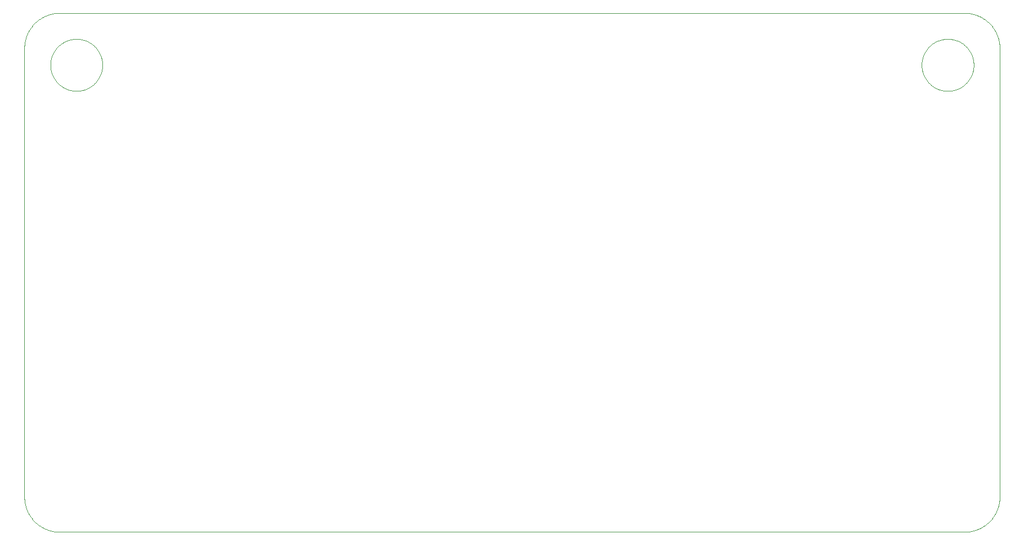
<source format=gbr>
%TF.GenerationSoftware,KiCad,Pcbnew,7.0.1-0*%
%TF.CreationDate,2023-04-14T08:17:48-04:00*%
%TF.ProjectId,WrightSpace,57726967-6874-4537-9061-63652e6b6963,v01*%
%TF.SameCoordinates,Original*%
%TF.FileFunction,Profile,NP*%
%FSLAX46Y46*%
G04 Gerber Fmt 4.6, Leading zero omitted, Abs format (unit mm)*
G04 Created by KiCad (PCBNEW 7.0.1-0) date 2023-04-14 08:17:48*
%MOMM*%
%LPD*%
G01*
G04 APERTURE LIST*
%TA.AperFunction,Profile*%
%ADD10C,0.000010*%
%TD*%
G04 APERTURE END LIST*
%TO.C,J1*%
D10*
X97832928Y-61347717D02*
X97931034Y-61351330D01*
X98029022Y-61357350D01*
X98126832Y-61365773D01*
X98224406Y-61376594D01*
X98321685Y-61389806D01*
X98418611Y-61405401D01*
X98515125Y-61423371D01*
X98611168Y-61443703D01*
X98706684Y-61466387D01*
X98801615Y-61491408D01*
X98895902Y-61518751D01*
X98989490Y-61548399D01*
X99082323Y-61580336D01*
X99174344Y-61614541D01*
X99265497Y-61650994D01*
X99355729Y-61689673D01*
X99444984Y-61730555D01*
X99533209Y-61773615D01*
X99620350Y-61818827D01*
X99706356Y-61866164D01*
X99791174Y-61915598D01*
X99874754Y-61967098D01*
X99957044Y-62020634D01*
X100037996Y-62076173D01*
X100117561Y-62133682D01*
X100195690Y-62193126D01*
X100272337Y-62254470D01*
X100347455Y-62317677D01*
X100420999Y-62382707D01*
X100492926Y-62449524D01*
X100563191Y-62518085D01*
X100631752Y-62588350D01*
X100698568Y-62660276D01*
X100763599Y-62733821D01*
X100826805Y-62808939D01*
X100888149Y-62885586D01*
X100947594Y-62963715D01*
X101005103Y-63043279D01*
X101060642Y-63124231D01*
X101114178Y-63206521D01*
X101165678Y-63290101D01*
X101215111Y-63374919D01*
X101262449Y-63460925D01*
X101307661Y-63548067D01*
X101350721Y-63636292D01*
X101391603Y-63725547D01*
X101430282Y-63815778D01*
X101466735Y-63906932D01*
X101500940Y-63998952D01*
X101532876Y-64091785D01*
X101562525Y-64185373D01*
X101589868Y-64279661D01*
X101614888Y-64374591D01*
X101637572Y-64470107D01*
X101657905Y-64566151D01*
X101675874Y-64662664D01*
X101691470Y-64759590D01*
X101704682Y-64856869D01*
X101715502Y-64954443D01*
X101723925Y-65052254D01*
X101729945Y-65150241D01*
X101733559Y-65248347D01*
X101734763Y-65346512D01*
X101733559Y-65444677D01*
X101729945Y-65542783D01*
X101723925Y-65640770D01*
X101715502Y-65738580D01*
X101704682Y-65836155D01*
X101691470Y-65933434D01*
X101675874Y-66030359D01*
X101657905Y-66126873D01*
X101637572Y-66222917D01*
X101614888Y-66318433D01*
X101589868Y-66413363D01*
X101562525Y-66507651D01*
X101532876Y-66601239D01*
X101500940Y-66694071D01*
X101466735Y-66786092D01*
X101430282Y-66877246D01*
X101391603Y-66967477D01*
X101350721Y-67056732D01*
X101307661Y-67144957D01*
X101262449Y-67232099D01*
X101215111Y-67318105D01*
X101165678Y-67402923D01*
X101114178Y-67486502D01*
X101060642Y-67568793D01*
X101005103Y-67649745D01*
X100947594Y-67729309D01*
X100888149Y-67807438D01*
X100826805Y-67884085D01*
X100763599Y-67959203D01*
X100698568Y-68032748D01*
X100631752Y-68104674D01*
X100563191Y-68174939D01*
X100492926Y-68243500D01*
X100420999Y-68310316D01*
X100347455Y-68375347D01*
X100272337Y-68438554D01*
X100195690Y-68499897D01*
X100117561Y-68559342D01*
X100037996Y-68616851D01*
X99957044Y-68672390D01*
X99874754Y-68725926D01*
X99791174Y-68777426D01*
X99706356Y-68826860D01*
X99620350Y-68874197D01*
X99533209Y-68919409D01*
X99444984Y-68962469D01*
X99355729Y-69003351D01*
X99265497Y-69042030D01*
X99174344Y-69078483D01*
X99082323Y-69112688D01*
X98989490Y-69144624D01*
X98895902Y-69174273D01*
X98801615Y-69201616D01*
X98706684Y-69226637D01*
X98611168Y-69249320D01*
X98515125Y-69269653D01*
X98418611Y-69287622D01*
X98321685Y-69303218D01*
X98224406Y-69316430D01*
X98126832Y-69327251D01*
X98029022Y-69335674D01*
X97931034Y-69341694D01*
X97832928Y-69345307D01*
X97734764Y-69346512D01*
X97636599Y-69345307D01*
X97538493Y-69341694D01*
X97440505Y-69335674D01*
X97342695Y-69327251D01*
X97245121Y-69316430D01*
X97147842Y-69303218D01*
X97050916Y-69287622D01*
X96954402Y-69269653D01*
X96858359Y-69249320D01*
X96762843Y-69226637D01*
X96667912Y-69201616D01*
X96573625Y-69174273D01*
X96480037Y-69144624D01*
X96387204Y-69112688D01*
X96295183Y-69078483D01*
X96204030Y-69042030D01*
X96113798Y-69003351D01*
X96024543Y-68962469D01*
X95936318Y-68919409D01*
X95849177Y-68874197D01*
X95763171Y-68826860D01*
X95678353Y-68777426D01*
X95594773Y-68725926D01*
X95512483Y-68672390D01*
X95431531Y-68616851D01*
X95351966Y-68559342D01*
X95273837Y-68499897D01*
X95197190Y-68438554D01*
X95122072Y-68375347D01*
X95048528Y-68310316D01*
X94976601Y-68243500D01*
X94906336Y-68174939D01*
X94837775Y-68104674D01*
X94770959Y-68032748D01*
X94705928Y-67959203D01*
X94642722Y-67884085D01*
X94581378Y-67807438D01*
X94521933Y-67729309D01*
X94464424Y-67649745D01*
X94408885Y-67568793D01*
X94355349Y-67486502D01*
X94303849Y-67402923D01*
X94254416Y-67318105D01*
X94207078Y-67232099D01*
X94161866Y-67144957D01*
X94118806Y-67056732D01*
X94077925Y-66967477D01*
X94039245Y-66877246D01*
X94002792Y-66786092D01*
X93968587Y-66694071D01*
X93936651Y-66601239D01*
X93907002Y-66507651D01*
X93879659Y-66413363D01*
X93854639Y-66318433D01*
X93831955Y-66222917D01*
X93811622Y-66126873D01*
X93793653Y-66030359D01*
X93778058Y-65933434D01*
X93764845Y-65836155D01*
X93754025Y-65738580D01*
X93745602Y-65640770D01*
X93739582Y-65542783D01*
X93735968Y-65444677D01*
X93734764Y-65346512D01*
X93735968Y-65248347D01*
X93739582Y-65150241D01*
X93745602Y-65052254D01*
X93754025Y-64954443D01*
X93764845Y-64856869D01*
X93778058Y-64759590D01*
X93793653Y-64662664D01*
X93811622Y-64566151D01*
X93831955Y-64470107D01*
X93854639Y-64374591D01*
X93879659Y-64279661D01*
X93907002Y-64185373D01*
X93936651Y-64091785D01*
X93968587Y-63998952D01*
X94002792Y-63906932D01*
X94039245Y-63815778D01*
X94077925Y-63725547D01*
X94118806Y-63636292D01*
X94161866Y-63548067D01*
X94207078Y-63460925D01*
X94254416Y-63374919D01*
X94303849Y-63290101D01*
X94355349Y-63206521D01*
X94408885Y-63124231D01*
X94464424Y-63043279D01*
X94521933Y-62963715D01*
X94581378Y-62885586D01*
X94642722Y-62808939D01*
X94705928Y-62733821D01*
X94770959Y-62660276D01*
X94837775Y-62588350D01*
X94906336Y-62518085D01*
X94976601Y-62449524D01*
X95048528Y-62382707D01*
X95122072Y-62317677D01*
X95197190Y-62254470D01*
X95273837Y-62193126D01*
X95351966Y-62133682D01*
X95431531Y-62076173D01*
X95512483Y-62020634D01*
X95594773Y-61967098D01*
X95678353Y-61915598D01*
X95763171Y-61866164D01*
X95849177Y-61818827D01*
X95936318Y-61773615D01*
X96024543Y-61730555D01*
X96113798Y-61689673D01*
X96204030Y-61650994D01*
X96295183Y-61614541D01*
X96387204Y-61580336D01*
X96480037Y-61548399D01*
X96573625Y-61518751D01*
X96667912Y-61491408D01*
X96762843Y-61466387D01*
X96858359Y-61443703D01*
X96954402Y-61423371D01*
X97050916Y-61405401D01*
X97147842Y-61389806D01*
X97245121Y-61376594D01*
X97342695Y-61365773D01*
X97440505Y-61357350D01*
X97538493Y-61351330D01*
X97636599Y-61347717D01*
X97734764Y-61346512D01*
X97832928Y-61347717D01*
X231832919Y-61347717D02*
X231931025Y-61351330D01*
X232029013Y-61357350D01*
X232126823Y-61365773D01*
X232224397Y-61376594D01*
X232321676Y-61389806D01*
X232418602Y-61405401D01*
X232515116Y-61423371D01*
X232611159Y-61443703D01*
X232706675Y-61466387D01*
X232801605Y-61491407D01*
X232895893Y-61518750D01*
X232989481Y-61548399D01*
X233082314Y-61580335D01*
X233174335Y-61614540D01*
X233265488Y-61650994D01*
X233355720Y-61689673D01*
X233444975Y-61730554D01*
X233533200Y-61773614D01*
X233620342Y-61818827D01*
X233706347Y-61866164D01*
X233791166Y-61915597D01*
X233874745Y-61967097D01*
X233957036Y-62020633D01*
X234037988Y-62076172D01*
X234117552Y-62133681D01*
X234195681Y-62193126D01*
X234272328Y-62254470D01*
X234347446Y-62317676D01*
X234420991Y-62382707D01*
X234492917Y-62449523D01*
X234563182Y-62518084D01*
X234631743Y-62588349D01*
X234698559Y-62660276D01*
X234763590Y-62733820D01*
X234826797Y-62808938D01*
X234888141Y-62885585D01*
X234947585Y-62963714D01*
X235005094Y-63043279D01*
X235060634Y-63124231D01*
X235114169Y-63206521D01*
X235165670Y-63290101D01*
X235215103Y-63374919D01*
X235262440Y-63460925D01*
X235307652Y-63548066D01*
X235350712Y-63636291D01*
X235391594Y-63725546D01*
X235430273Y-63815778D01*
X235466726Y-63906932D01*
X235500932Y-63998952D01*
X235532868Y-64091785D01*
X235562517Y-64185373D01*
X235589860Y-64279661D01*
X235614880Y-64374591D01*
X235637564Y-64470107D01*
X235657896Y-64566150D01*
X235675866Y-64662664D01*
X235691461Y-64759590D01*
X235704673Y-64856869D01*
X235715494Y-64954443D01*
X235723917Y-65052254D01*
X235729937Y-65150241D01*
X235733551Y-65248347D01*
X235734755Y-65346512D01*
X235733551Y-65444677D01*
X235729937Y-65542783D01*
X235723917Y-65640770D01*
X235715494Y-65738580D01*
X235704673Y-65836155D01*
X235691461Y-65933434D01*
X235675866Y-66030359D01*
X235657896Y-66126873D01*
X235637564Y-66222917D01*
X235614880Y-66318433D01*
X235589860Y-66413363D01*
X235562517Y-66507651D01*
X235532868Y-66601239D01*
X235500932Y-66694071D01*
X235466726Y-66786092D01*
X235430273Y-66877246D01*
X235391594Y-66967477D01*
X235350712Y-67056732D01*
X235307652Y-67144957D01*
X235262440Y-67232099D01*
X235215103Y-67318105D01*
X235165670Y-67402923D01*
X235114169Y-67486503D01*
X235060634Y-67568793D01*
X235005094Y-67649745D01*
X234947585Y-67729309D01*
X234888141Y-67807438D01*
X234826797Y-67884085D01*
X234763590Y-67959204D01*
X234698559Y-68032748D01*
X234631743Y-68104674D01*
X234563182Y-68174939D01*
X234492917Y-68243500D01*
X234420991Y-68310317D01*
X234347446Y-68375348D01*
X234272328Y-68438554D01*
X234195681Y-68499898D01*
X234117552Y-68559342D01*
X234037988Y-68616851D01*
X233957036Y-68672391D01*
X233874745Y-68725926D01*
X233791166Y-68777427D01*
X233706347Y-68826860D01*
X233620342Y-68874197D01*
X233533200Y-68919409D01*
X233444975Y-68962469D01*
X233355720Y-69003351D01*
X233265488Y-69042030D01*
X233174335Y-69078483D01*
X233082314Y-69112688D01*
X232989481Y-69144625D01*
X232895893Y-69174273D01*
X232801605Y-69201616D01*
X232706675Y-69226637D01*
X232611159Y-69249320D01*
X232515116Y-69269653D01*
X232418602Y-69287622D01*
X232321676Y-69303218D01*
X232224397Y-69316430D01*
X232126823Y-69327251D01*
X232029013Y-69335674D01*
X231931025Y-69341694D01*
X231832919Y-69345307D01*
X231734754Y-69346512D01*
X231636589Y-69345307D01*
X231538483Y-69341694D01*
X231440496Y-69335674D01*
X231342686Y-69327251D01*
X231245111Y-69316430D01*
X231147832Y-69303218D01*
X231050907Y-69287622D01*
X230954393Y-69269653D01*
X230858349Y-69249320D01*
X230762833Y-69226637D01*
X230667903Y-69201616D01*
X230573615Y-69174273D01*
X230480027Y-69144625D01*
X230387195Y-69112688D01*
X230295174Y-69078483D01*
X230204020Y-69042030D01*
X230113789Y-69003351D01*
X230024533Y-68962469D01*
X229936308Y-68919409D01*
X229849167Y-68874197D01*
X229763161Y-68826860D01*
X229678343Y-68777427D01*
X229594763Y-68725926D01*
X229512473Y-68672391D01*
X229431521Y-68616851D01*
X229351956Y-68559342D01*
X229273827Y-68499898D01*
X229197180Y-68438554D01*
X229122062Y-68375348D01*
X229048518Y-68310317D01*
X228976591Y-68243500D01*
X228906326Y-68174939D01*
X228837765Y-68104674D01*
X228770949Y-68032748D01*
X228705918Y-67959204D01*
X228642712Y-67884085D01*
X228581368Y-67807438D01*
X228521923Y-67729309D01*
X228464414Y-67649745D01*
X228408875Y-67568793D01*
X228355339Y-67486503D01*
X228303839Y-67402923D01*
X228254405Y-67318105D01*
X228207068Y-67232099D01*
X228161856Y-67144957D01*
X228118796Y-67056732D01*
X228077914Y-66967477D01*
X228039235Y-66877246D01*
X228002782Y-66786092D01*
X227968577Y-66694071D01*
X227936640Y-66601239D01*
X227906992Y-66507651D01*
X227879649Y-66413363D01*
X227854628Y-66318433D01*
X227831945Y-66222917D01*
X227811612Y-66126873D01*
X227793643Y-66030359D01*
X227778047Y-65933434D01*
X227764835Y-65836155D01*
X227754014Y-65738580D01*
X227745591Y-65640770D01*
X227739571Y-65542783D01*
X227735958Y-65444677D01*
X227734753Y-65346512D01*
X227735958Y-65248347D01*
X227739571Y-65150241D01*
X227745591Y-65052254D01*
X227754014Y-64954443D01*
X227764835Y-64856869D01*
X227778047Y-64759590D01*
X227793643Y-64662664D01*
X227811612Y-64566150D01*
X227831945Y-64470107D01*
X227854628Y-64374591D01*
X227879649Y-64279661D01*
X227906992Y-64185373D01*
X227936640Y-64091785D01*
X227968577Y-63998952D01*
X228002782Y-63906932D01*
X228039235Y-63815778D01*
X228077914Y-63725546D01*
X228118796Y-63636291D01*
X228161856Y-63548066D01*
X228207068Y-63460925D01*
X228254405Y-63374919D01*
X228303839Y-63290101D01*
X228355339Y-63206521D01*
X228408875Y-63124231D01*
X228464414Y-63043279D01*
X228521923Y-62963714D01*
X228581368Y-62885585D01*
X228642712Y-62808938D01*
X228705918Y-62733820D01*
X228770949Y-62660276D01*
X228837765Y-62588349D01*
X228906326Y-62518084D01*
X228976591Y-62449523D01*
X229048518Y-62382707D01*
X229122062Y-62317676D01*
X229197180Y-62254470D01*
X229273827Y-62193126D01*
X229351956Y-62133681D01*
X229431521Y-62076172D01*
X229512473Y-62020633D01*
X229594763Y-61967097D01*
X229678343Y-61915597D01*
X229763161Y-61866164D01*
X229849167Y-61818827D01*
X229936308Y-61773614D01*
X230024533Y-61730554D01*
X230113789Y-61689673D01*
X230204020Y-61650994D01*
X230295174Y-61614540D01*
X230387195Y-61580335D01*
X230480027Y-61548399D01*
X230573615Y-61518750D01*
X230667903Y-61491407D01*
X230762833Y-61466387D01*
X230858349Y-61443703D01*
X230954393Y-61423371D01*
X231050907Y-61405401D01*
X231147832Y-61389806D01*
X231245111Y-61376594D01*
X231342686Y-61365773D01*
X231440496Y-61357350D01*
X231538483Y-61351330D01*
X231636589Y-61347717D01*
X231734754Y-61346512D01*
X231832919Y-61347717D01*
X234411340Y-57347913D02*
X234536054Y-57352097D01*
X234660029Y-57359033D01*
X234783233Y-57368692D01*
X234905638Y-57381045D01*
X235027214Y-57396062D01*
X235147931Y-57413713D01*
X235267760Y-57433970D01*
X235386671Y-57456801D01*
X235504635Y-57482178D01*
X235621621Y-57510071D01*
X235737601Y-57540450D01*
X235852544Y-57573286D01*
X235966421Y-57608550D01*
X236079203Y-57646211D01*
X236190860Y-57686240D01*
X236301362Y-57728607D01*
X236410680Y-57773283D01*
X236518784Y-57820239D01*
X236625644Y-57869444D01*
X236731231Y-57920869D01*
X236835515Y-57974484D01*
X236938467Y-58030260D01*
X237040057Y-58088168D01*
X237140256Y-58148177D01*
X237239033Y-58210258D01*
X237336359Y-58274382D01*
X237432205Y-58340518D01*
X237526541Y-58408638D01*
X237619338Y-58478711D01*
X237710565Y-58550708D01*
X237800194Y-58624600D01*
X237888194Y-58700357D01*
X237974536Y-58777949D01*
X238059191Y-58857346D01*
X238142128Y-58938520D01*
X238223319Y-59021440D01*
X238302733Y-59106076D01*
X238380341Y-59192401D01*
X238456113Y-59280382D01*
X238530020Y-59369992D01*
X238602033Y-59461200D01*
X238672121Y-59553978D01*
X238740254Y-59648294D01*
X238806405Y-59744120D01*
X238870542Y-59841426D01*
X238932636Y-59940183D01*
X238992657Y-60040360D01*
X239050577Y-60141929D01*
X239106365Y-60244860D01*
X239159992Y-60349122D01*
X239211427Y-60454687D01*
X239260643Y-60561525D01*
X239307608Y-60669606D01*
X239352293Y-60778901D01*
X239394670Y-60889380D01*
X239434707Y-61001014D01*
X239472376Y-61113772D01*
X239507646Y-61227626D01*
X239540489Y-61342545D01*
X239570875Y-61458501D01*
X239598774Y-61575463D01*
X239624156Y-61693402D01*
X239646992Y-61812288D01*
X239667253Y-61932092D01*
X239684908Y-62052784D01*
X239699928Y-62174334D01*
X239712283Y-62296714D01*
X239721945Y-62419892D01*
X239728883Y-62543841D01*
X239733067Y-62668529D01*
X239734468Y-62793929D01*
X239734468Y-131726091D01*
X239733067Y-131851490D01*
X239728883Y-131976179D01*
X239721945Y-132100127D01*
X239712283Y-132223306D01*
X239699928Y-132345685D01*
X239684908Y-132467236D01*
X239667253Y-132587928D01*
X239646992Y-132707732D01*
X239624156Y-132826618D01*
X239598774Y-132944557D01*
X239570875Y-133061519D01*
X239540489Y-133177474D01*
X239507646Y-133292394D01*
X239472376Y-133406248D01*
X239434707Y-133519006D01*
X239394670Y-133630639D01*
X239352293Y-133741118D01*
X239307608Y-133850413D01*
X239260643Y-133958495D01*
X239211427Y-134065333D01*
X239159992Y-134170898D01*
X239106365Y-134275160D01*
X239050577Y-134378091D01*
X238992657Y-134479659D01*
X238932636Y-134579837D01*
X238870542Y-134678594D01*
X238806405Y-134775900D01*
X238740254Y-134871726D01*
X238672121Y-134966042D01*
X238602033Y-135058820D01*
X238530020Y-135150028D01*
X238456113Y-135239638D01*
X238380341Y-135327620D01*
X238302733Y-135413944D01*
X238223319Y-135498581D01*
X238142128Y-135581501D01*
X238059191Y-135662674D01*
X237974536Y-135742072D01*
X237888194Y-135819664D01*
X237800194Y-135895420D01*
X237710565Y-135969312D01*
X237619338Y-136041309D01*
X237526541Y-136111383D01*
X237432205Y-136179502D01*
X237336359Y-136245639D01*
X237239033Y-136309762D01*
X237140256Y-136371843D01*
X237040057Y-136431853D01*
X236938467Y-136489760D01*
X236835515Y-136545536D01*
X236731231Y-136599152D01*
X236625644Y-136650577D01*
X236518784Y-136699782D01*
X236410680Y-136746737D01*
X236301362Y-136791413D01*
X236190860Y-136833781D01*
X236079203Y-136873810D01*
X235966421Y-136911471D01*
X235852544Y-136946734D01*
X235737601Y-136979570D01*
X235621621Y-137009950D01*
X235504635Y-137037843D01*
X235386671Y-137063219D01*
X235267760Y-137086051D01*
X235147931Y-137106307D01*
X235027214Y-137123958D01*
X234905638Y-137138975D01*
X234783233Y-137151328D01*
X234660029Y-137160988D01*
X234536054Y-137167924D01*
X234411340Y-137172107D01*
X234285915Y-137173508D01*
X95183316Y-137173508D01*
X95057891Y-137172107D01*
X94933176Y-137167924D01*
X94809202Y-137160988D01*
X94685997Y-137151328D01*
X94563592Y-137138975D01*
X94442016Y-137123958D01*
X94321299Y-137106307D01*
X94201470Y-137086051D01*
X94082559Y-137063219D01*
X93964596Y-137037843D01*
X93847610Y-137009950D01*
X93731630Y-136979570D01*
X93616687Y-136946734D01*
X93502809Y-136911471D01*
X93390027Y-136873810D01*
X93278371Y-136833781D01*
X93167868Y-136791413D01*
X93058551Y-136746737D01*
X92950447Y-136699782D01*
X92843587Y-136650577D01*
X92738000Y-136599152D01*
X92633716Y-136545536D01*
X92530764Y-136489760D01*
X92429174Y-136431853D01*
X92328975Y-136371843D01*
X92230198Y-136309762D01*
X92132872Y-136245639D01*
X92037025Y-136179502D01*
X91942689Y-136111383D01*
X91849893Y-136041309D01*
X91758666Y-135969312D01*
X91669037Y-135895420D01*
X91581037Y-135819664D01*
X91494695Y-135742072D01*
X91410040Y-135662674D01*
X91327103Y-135581501D01*
X91245912Y-135498581D01*
X91166498Y-135413944D01*
X91088890Y-135327620D01*
X91013118Y-135239638D01*
X90939211Y-135150028D01*
X90867198Y-135058820D01*
X90797111Y-134966042D01*
X90728977Y-134871726D01*
X90662826Y-134775900D01*
X90598690Y-134678594D01*
X90536595Y-134579837D01*
X90476574Y-134479659D01*
X90418654Y-134378091D01*
X90362866Y-134275160D01*
X90309240Y-134170898D01*
X90257804Y-134065333D01*
X90208589Y-133958495D01*
X90161623Y-133850413D01*
X90116938Y-133741118D01*
X90074562Y-133630639D01*
X90034524Y-133519006D01*
X89996856Y-133406248D01*
X89961585Y-133292394D01*
X89928742Y-133177474D01*
X89898356Y-133061519D01*
X89870458Y-132944557D01*
X89845075Y-132826618D01*
X89822239Y-132707732D01*
X89801979Y-132587928D01*
X89784324Y-132467236D01*
X89769304Y-132345685D01*
X89756948Y-132223306D01*
X89747287Y-132100127D01*
X89740349Y-131976179D01*
X89736165Y-131851490D01*
X89734763Y-131726091D01*
X89734763Y-62793929D01*
X89736165Y-62668529D01*
X89740349Y-62543841D01*
X89747287Y-62419892D01*
X89756948Y-62296714D01*
X89769304Y-62174334D01*
X89784324Y-62052784D01*
X89801979Y-61932092D01*
X89822239Y-61812288D01*
X89845075Y-61693402D01*
X89870458Y-61575463D01*
X89898356Y-61458501D01*
X89928742Y-61342545D01*
X89961585Y-61227626D01*
X89996856Y-61113772D01*
X90034524Y-61001014D01*
X90074562Y-60889380D01*
X90116938Y-60778901D01*
X90161623Y-60669606D01*
X90208589Y-60561525D01*
X90257804Y-60454687D01*
X90309240Y-60349122D01*
X90362866Y-60244860D01*
X90418654Y-60141929D01*
X90476574Y-60040360D01*
X90536595Y-59940183D01*
X90598690Y-59841426D01*
X90662826Y-59744120D01*
X90728977Y-59648294D01*
X90797111Y-59553978D01*
X90867198Y-59461200D01*
X90939211Y-59369992D01*
X91013118Y-59280382D01*
X91088890Y-59192401D01*
X91166498Y-59106076D01*
X91245912Y-59021440D01*
X91327103Y-58938520D01*
X91410040Y-58857346D01*
X91494695Y-58777949D01*
X91581037Y-58700357D01*
X91669037Y-58624600D01*
X91758666Y-58550708D01*
X91849893Y-58478711D01*
X91942689Y-58408638D01*
X92037025Y-58340518D01*
X92132872Y-58274382D01*
X92230198Y-58210258D01*
X92328975Y-58148177D01*
X92429174Y-58088168D01*
X92530764Y-58030260D01*
X92633716Y-57974484D01*
X92738000Y-57920869D01*
X92843587Y-57869444D01*
X92950447Y-57820239D01*
X93058551Y-57773283D01*
X93167868Y-57728607D01*
X93278371Y-57686240D01*
X93390027Y-57646211D01*
X93502809Y-57608550D01*
X93616687Y-57573286D01*
X93731630Y-57540450D01*
X93847610Y-57510071D01*
X93964596Y-57482178D01*
X94082559Y-57456801D01*
X94201470Y-57433970D01*
X94321299Y-57413713D01*
X94442016Y-57396062D01*
X94563592Y-57381045D01*
X94685997Y-57368692D01*
X94809202Y-57359033D01*
X94933176Y-57352097D01*
X95057891Y-57347913D01*
X95183316Y-57346512D01*
X234285915Y-57346512D01*
X234411340Y-57347913D01*
%TD*%
M02*

</source>
